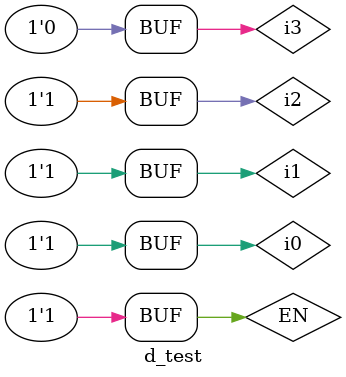
<source format=v>
`timescale 1ns / 1ps


module d_test;

	// Inputs
	reg i0;
	reg i1;
	reg i2;
	reg i3;
	reg EN;

	// Outputs
	wire [0:15] d;

	// Instantiate the Unit Under Test (UUT)
	decoder uut (
		.i0(i0), 
		.i1(i1), 
		.i2(i2), 
		.i3(i3), 
		.EN(EN), 
		.d(d)
	);

	initial begin
		// Initialize Inputs
		i0 = 0;
		i1 = 0;
		i2 = 0;
		i3 = 0;
		EN = 0;

		// Wait 100 ns for global reset to finish
		#100;
		i0 = 1;
		i1 = 1;
		i2 = 1;
		i3 = 0;
		EN = 1;
        
		// Add stimulus here

	end
      
endmodule


</source>
